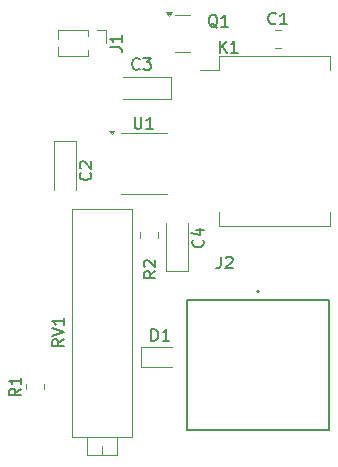
<source format=gbr>
%TF.GenerationSoftware,KiCad,Pcbnew,8.0.4-1.fc40*%
%TF.CreationDate,2024-08-27T20:57:41+02:00*%
%TF.ProjectId,ATU100 Alc interface,41545531-3030-4204-916c-6320696e7465,rev?*%
%TF.SameCoordinates,Original*%
%TF.FileFunction,Legend,Top*%
%TF.FilePolarity,Positive*%
%FSLAX46Y46*%
G04 Gerber Fmt 4.6, Leading zero omitted, Abs format (unit mm)*
G04 Created by KiCad (PCBNEW 8.0.4-1.fc40) date 2024-08-27 20:57:41*
%MOMM*%
%LPD*%
G01*
G04 APERTURE LIST*
%ADD10C,0.150000*%
%ADD11C,0.120000*%
%ADD12C,0.127000*%
%ADD13C,0.200000*%
G04 APERTURE END LIST*
D10*
X89284580Y-110471666D02*
X89332200Y-110519285D01*
X89332200Y-110519285D02*
X89379819Y-110662142D01*
X89379819Y-110662142D02*
X89379819Y-110757380D01*
X89379819Y-110757380D02*
X89332200Y-110900237D01*
X89332200Y-110900237D02*
X89236961Y-110995475D01*
X89236961Y-110995475D02*
X89141723Y-111043094D01*
X89141723Y-111043094D02*
X88951247Y-111090713D01*
X88951247Y-111090713D02*
X88808390Y-111090713D01*
X88808390Y-111090713D02*
X88617914Y-111043094D01*
X88617914Y-111043094D02*
X88522676Y-110995475D01*
X88522676Y-110995475D02*
X88427438Y-110900237D01*
X88427438Y-110900237D02*
X88379819Y-110757380D01*
X88379819Y-110757380D02*
X88379819Y-110662142D01*
X88379819Y-110662142D02*
X88427438Y-110519285D01*
X88427438Y-110519285D02*
X88475057Y-110471666D01*
X88475057Y-110090713D02*
X88427438Y-110043094D01*
X88427438Y-110043094D02*
X88379819Y-109947856D01*
X88379819Y-109947856D02*
X88379819Y-109709761D01*
X88379819Y-109709761D02*
X88427438Y-109614523D01*
X88427438Y-109614523D02*
X88475057Y-109566904D01*
X88475057Y-109566904D02*
X88570295Y-109519285D01*
X88570295Y-109519285D02*
X88665533Y-109519285D01*
X88665533Y-109519285D02*
X88808390Y-109566904D01*
X88808390Y-109566904D02*
X89379819Y-110138332D01*
X89379819Y-110138332D02*
X89379819Y-109519285D01*
X104995833Y-97829580D02*
X104948214Y-97877200D01*
X104948214Y-97877200D02*
X104805357Y-97924819D01*
X104805357Y-97924819D02*
X104710119Y-97924819D01*
X104710119Y-97924819D02*
X104567262Y-97877200D01*
X104567262Y-97877200D02*
X104472024Y-97781961D01*
X104472024Y-97781961D02*
X104424405Y-97686723D01*
X104424405Y-97686723D02*
X104376786Y-97496247D01*
X104376786Y-97496247D02*
X104376786Y-97353390D01*
X104376786Y-97353390D02*
X104424405Y-97162914D01*
X104424405Y-97162914D02*
X104472024Y-97067676D01*
X104472024Y-97067676D02*
X104567262Y-96972438D01*
X104567262Y-96972438D02*
X104710119Y-96924819D01*
X104710119Y-96924819D02*
X104805357Y-96924819D01*
X104805357Y-96924819D02*
X104948214Y-96972438D01*
X104948214Y-96972438D02*
X104995833Y-97020057D01*
X105948214Y-97924819D02*
X105376786Y-97924819D01*
X105662500Y-97924819D02*
X105662500Y-96924819D01*
X105662500Y-96924819D02*
X105567262Y-97067676D01*
X105567262Y-97067676D02*
X105472024Y-97162914D01*
X105472024Y-97162914D02*
X105376786Y-97210533D01*
X83404819Y-128766666D02*
X82928628Y-129099999D01*
X83404819Y-129338094D02*
X82404819Y-129338094D01*
X82404819Y-129338094D02*
X82404819Y-128957142D01*
X82404819Y-128957142D02*
X82452438Y-128861904D01*
X82452438Y-128861904D02*
X82500057Y-128814285D01*
X82500057Y-128814285D02*
X82595295Y-128766666D01*
X82595295Y-128766666D02*
X82738152Y-128766666D01*
X82738152Y-128766666D02*
X82833390Y-128814285D01*
X82833390Y-128814285D02*
X82881009Y-128861904D01*
X82881009Y-128861904D02*
X82928628Y-128957142D01*
X82928628Y-128957142D02*
X82928628Y-129338094D01*
X83404819Y-127814285D02*
X83404819Y-128385713D01*
X83404819Y-128099999D02*
X82404819Y-128099999D01*
X82404819Y-128099999D02*
X82547676Y-128195237D01*
X82547676Y-128195237D02*
X82642914Y-128290475D01*
X82642914Y-128290475D02*
X82690533Y-128385713D01*
X93458333Y-101664580D02*
X93410714Y-101712200D01*
X93410714Y-101712200D02*
X93267857Y-101759819D01*
X93267857Y-101759819D02*
X93172619Y-101759819D01*
X93172619Y-101759819D02*
X93029762Y-101712200D01*
X93029762Y-101712200D02*
X92934524Y-101616961D01*
X92934524Y-101616961D02*
X92886905Y-101521723D01*
X92886905Y-101521723D02*
X92839286Y-101331247D01*
X92839286Y-101331247D02*
X92839286Y-101188390D01*
X92839286Y-101188390D02*
X92886905Y-100997914D01*
X92886905Y-100997914D02*
X92934524Y-100902676D01*
X92934524Y-100902676D02*
X93029762Y-100807438D01*
X93029762Y-100807438D02*
X93172619Y-100759819D01*
X93172619Y-100759819D02*
X93267857Y-100759819D01*
X93267857Y-100759819D02*
X93410714Y-100807438D01*
X93410714Y-100807438D02*
X93458333Y-100855057D01*
X93791667Y-100759819D02*
X94410714Y-100759819D01*
X94410714Y-100759819D02*
X94077381Y-101140771D01*
X94077381Y-101140771D02*
X94220238Y-101140771D01*
X94220238Y-101140771D02*
X94315476Y-101188390D01*
X94315476Y-101188390D02*
X94363095Y-101236009D01*
X94363095Y-101236009D02*
X94410714Y-101331247D01*
X94410714Y-101331247D02*
X94410714Y-101569342D01*
X94410714Y-101569342D02*
X94363095Y-101664580D01*
X94363095Y-101664580D02*
X94315476Y-101712200D01*
X94315476Y-101712200D02*
X94220238Y-101759819D01*
X94220238Y-101759819D02*
X93934524Y-101759819D01*
X93934524Y-101759819D02*
X93839286Y-101712200D01*
X93839286Y-101712200D02*
X93791667Y-101664580D01*
X94461905Y-124704819D02*
X94461905Y-123704819D01*
X94461905Y-123704819D02*
X94700000Y-123704819D01*
X94700000Y-123704819D02*
X94842857Y-123752438D01*
X94842857Y-123752438D02*
X94938095Y-123847676D01*
X94938095Y-123847676D02*
X94985714Y-123942914D01*
X94985714Y-123942914D02*
X95033333Y-124133390D01*
X95033333Y-124133390D02*
X95033333Y-124276247D01*
X95033333Y-124276247D02*
X94985714Y-124466723D01*
X94985714Y-124466723D02*
X94938095Y-124561961D01*
X94938095Y-124561961D02*
X94842857Y-124657200D01*
X94842857Y-124657200D02*
X94700000Y-124704819D01*
X94700000Y-124704819D02*
X94461905Y-124704819D01*
X95985714Y-124704819D02*
X95414286Y-124704819D01*
X95700000Y-124704819D02*
X95700000Y-123704819D01*
X95700000Y-123704819D02*
X95604762Y-123847676D01*
X95604762Y-123847676D02*
X95509524Y-123942914D01*
X95509524Y-123942914D02*
X95414286Y-123990533D01*
X100341666Y-117569819D02*
X100341666Y-118284104D01*
X100341666Y-118284104D02*
X100294047Y-118426961D01*
X100294047Y-118426961D02*
X100198809Y-118522200D01*
X100198809Y-118522200D02*
X100055952Y-118569819D01*
X100055952Y-118569819D02*
X99960714Y-118569819D01*
X100770238Y-117665057D02*
X100817857Y-117617438D01*
X100817857Y-117617438D02*
X100913095Y-117569819D01*
X100913095Y-117569819D02*
X101151190Y-117569819D01*
X101151190Y-117569819D02*
X101246428Y-117617438D01*
X101246428Y-117617438D02*
X101294047Y-117665057D01*
X101294047Y-117665057D02*
X101341666Y-117760295D01*
X101341666Y-117760295D02*
X101341666Y-117855533D01*
X101341666Y-117855533D02*
X101294047Y-117998390D01*
X101294047Y-117998390D02*
X100722619Y-118569819D01*
X100722619Y-118569819D02*
X101341666Y-118569819D01*
X100261905Y-100304819D02*
X100261905Y-99304819D01*
X100833333Y-100304819D02*
X100404762Y-99733390D01*
X100833333Y-99304819D02*
X100261905Y-99876247D01*
X101785714Y-100304819D02*
X101214286Y-100304819D01*
X101500000Y-100304819D02*
X101500000Y-99304819D01*
X101500000Y-99304819D02*
X101404762Y-99447676D01*
X101404762Y-99447676D02*
X101309524Y-99542914D01*
X101309524Y-99542914D02*
X101214286Y-99590533D01*
X90969819Y-99833333D02*
X91684104Y-99833333D01*
X91684104Y-99833333D02*
X91826961Y-99880952D01*
X91826961Y-99880952D02*
X91922200Y-99976190D01*
X91922200Y-99976190D02*
X91969819Y-100119047D01*
X91969819Y-100119047D02*
X91969819Y-100214285D01*
X91969819Y-98833333D02*
X91969819Y-99404761D01*
X91969819Y-99119047D02*
X90969819Y-99119047D01*
X90969819Y-99119047D02*
X91112676Y-99214285D01*
X91112676Y-99214285D02*
X91207914Y-99309523D01*
X91207914Y-99309523D02*
X91255533Y-99404761D01*
X100054761Y-98200057D02*
X99959523Y-98152438D01*
X99959523Y-98152438D02*
X99864285Y-98057200D01*
X99864285Y-98057200D02*
X99721428Y-97914342D01*
X99721428Y-97914342D02*
X99626190Y-97866723D01*
X99626190Y-97866723D02*
X99530952Y-97866723D01*
X99578571Y-98104819D02*
X99483333Y-98057200D01*
X99483333Y-98057200D02*
X99388095Y-97961961D01*
X99388095Y-97961961D02*
X99340476Y-97771485D01*
X99340476Y-97771485D02*
X99340476Y-97438152D01*
X99340476Y-97438152D02*
X99388095Y-97247676D01*
X99388095Y-97247676D02*
X99483333Y-97152438D01*
X99483333Y-97152438D02*
X99578571Y-97104819D01*
X99578571Y-97104819D02*
X99769047Y-97104819D01*
X99769047Y-97104819D02*
X99864285Y-97152438D01*
X99864285Y-97152438D02*
X99959523Y-97247676D01*
X99959523Y-97247676D02*
X100007142Y-97438152D01*
X100007142Y-97438152D02*
X100007142Y-97771485D01*
X100007142Y-97771485D02*
X99959523Y-97961961D01*
X99959523Y-97961961D02*
X99864285Y-98057200D01*
X99864285Y-98057200D02*
X99769047Y-98104819D01*
X99769047Y-98104819D02*
X99578571Y-98104819D01*
X100959523Y-98104819D02*
X100388095Y-98104819D01*
X100673809Y-98104819D02*
X100673809Y-97104819D01*
X100673809Y-97104819D02*
X100578571Y-97247676D01*
X100578571Y-97247676D02*
X100483333Y-97342914D01*
X100483333Y-97342914D02*
X100388095Y-97390533D01*
X98809580Y-116166666D02*
X98857200Y-116214285D01*
X98857200Y-116214285D02*
X98904819Y-116357142D01*
X98904819Y-116357142D02*
X98904819Y-116452380D01*
X98904819Y-116452380D02*
X98857200Y-116595237D01*
X98857200Y-116595237D02*
X98761961Y-116690475D01*
X98761961Y-116690475D02*
X98666723Y-116738094D01*
X98666723Y-116738094D02*
X98476247Y-116785713D01*
X98476247Y-116785713D02*
X98333390Y-116785713D01*
X98333390Y-116785713D02*
X98142914Y-116738094D01*
X98142914Y-116738094D02*
X98047676Y-116690475D01*
X98047676Y-116690475D02*
X97952438Y-116595237D01*
X97952438Y-116595237D02*
X97904819Y-116452380D01*
X97904819Y-116452380D02*
X97904819Y-116357142D01*
X97904819Y-116357142D02*
X97952438Y-116214285D01*
X97952438Y-116214285D02*
X98000057Y-116166666D01*
X98238152Y-115309523D02*
X98904819Y-115309523D01*
X97857200Y-115547618D02*
X98571485Y-115785713D01*
X98571485Y-115785713D02*
X98571485Y-115166666D01*
X93038095Y-105754819D02*
X93038095Y-106564342D01*
X93038095Y-106564342D02*
X93085714Y-106659580D01*
X93085714Y-106659580D02*
X93133333Y-106707200D01*
X93133333Y-106707200D02*
X93228571Y-106754819D01*
X93228571Y-106754819D02*
X93419047Y-106754819D01*
X93419047Y-106754819D02*
X93514285Y-106707200D01*
X93514285Y-106707200D02*
X93561904Y-106659580D01*
X93561904Y-106659580D02*
X93609523Y-106564342D01*
X93609523Y-106564342D02*
X93609523Y-105754819D01*
X94609523Y-106754819D02*
X94038095Y-106754819D01*
X94323809Y-106754819D02*
X94323809Y-105754819D01*
X94323809Y-105754819D02*
X94228571Y-105897676D01*
X94228571Y-105897676D02*
X94133333Y-105992914D01*
X94133333Y-105992914D02*
X94038095Y-106040533D01*
X87069819Y-124580238D02*
X86593628Y-124913571D01*
X87069819Y-125151666D02*
X86069819Y-125151666D01*
X86069819Y-125151666D02*
X86069819Y-124770714D01*
X86069819Y-124770714D02*
X86117438Y-124675476D01*
X86117438Y-124675476D02*
X86165057Y-124627857D01*
X86165057Y-124627857D02*
X86260295Y-124580238D01*
X86260295Y-124580238D02*
X86403152Y-124580238D01*
X86403152Y-124580238D02*
X86498390Y-124627857D01*
X86498390Y-124627857D02*
X86546009Y-124675476D01*
X86546009Y-124675476D02*
X86593628Y-124770714D01*
X86593628Y-124770714D02*
X86593628Y-125151666D01*
X86069819Y-124294523D02*
X87069819Y-123961190D01*
X87069819Y-123961190D02*
X86069819Y-123627857D01*
X87069819Y-122770714D02*
X87069819Y-123342142D01*
X87069819Y-123056428D02*
X86069819Y-123056428D01*
X86069819Y-123056428D02*
X86212676Y-123151666D01*
X86212676Y-123151666D02*
X86307914Y-123246904D01*
X86307914Y-123246904D02*
X86355533Y-123342142D01*
X94804819Y-118816666D02*
X94328628Y-119149999D01*
X94804819Y-119388094D02*
X93804819Y-119388094D01*
X93804819Y-119388094D02*
X93804819Y-119007142D01*
X93804819Y-119007142D02*
X93852438Y-118911904D01*
X93852438Y-118911904D02*
X93900057Y-118864285D01*
X93900057Y-118864285D02*
X93995295Y-118816666D01*
X93995295Y-118816666D02*
X94138152Y-118816666D01*
X94138152Y-118816666D02*
X94233390Y-118864285D01*
X94233390Y-118864285D02*
X94281009Y-118911904D01*
X94281009Y-118911904D02*
X94328628Y-119007142D01*
X94328628Y-119007142D02*
X94328628Y-119388094D01*
X93900057Y-118435713D02*
X93852438Y-118388094D01*
X93852438Y-118388094D02*
X93804819Y-118292856D01*
X93804819Y-118292856D02*
X93804819Y-118054761D01*
X93804819Y-118054761D02*
X93852438Y-117959523D01*
X93852438Y-117959523D02*
X93900057Y-117911904D01*
X93900057Y-117911904D02*
X93995295Y-117864285D01*
X93995295Y-117864285D02*
X94090533Y-117864285D01*
X94090533Y-117864285D02*
X94233390Y-117911904D01*
X94233390Y-117911904D02*
X94804819Y-118483332D01*
X94804819Y-118483332D02*
X94804819Y-117864285D01*
D11*
%TO.C,C2*%
X86240000Y-107820000D02*
X86240000Y-111905000D01*
X88110000Y-107820000D02*
X86240000Y-107820000D01*
X88110000Y-111905000D02*
X88110000Y-107820000D01*
%TO.C,C1*%
X104901248Y-98415000D02*
X105423752Y-98415000D01*
X104901248Y-99885000D02*
X105423752Y-99885000D01*
%TO.C,R1*%
X83865000Y-128827064D02*
X83865000Y-128372936D01*
X85335000Y-128827064D02*
X85335000Y-128372936D01*
%TO.C,C3*%
X92075000Y-104240000D02*
X96160000Y-104240000D01*
X96160000Y-102370000D02*
X92075000Y-102370000D01*
X96160000Y-104240000D02*
X96160000Y-102370000D01*
%TO.C,D1*%
X93590000Y-125250000D02*
X93590000Y-126950000D01*
X93590000Y-125250000D02*
X96250000Y-125250000D01*
X93590000Y-126950000D02*
X96250000Y-126950000D01*
D12*
%TO.C,J2*%
X97500000Y-121250000D02*
X97500000Y-132250000D01*
X97500000Y-121250000D02*
X109500000Y-121250000D01*
X97500000Y-132250000D02*
X109500000Y-132250000D01*
X109500000Y-121250000D02*
X109500000Y-132250000D01*
D13*
X103600000Y-120550000D02*
G75*
G02*
X103400000Y-120550000I-100000J0D01*
G01*
X103400000Y-120550000D02*
G75*
G02*
X103600000Y-120550000I100000J0D01*
G01*
D11*
%TO.C,K1*%
X100150000Y-100600000D02*
X100150000Y-101800000D01*
X100150000Y-100600000D02*
X109550000Y-100600000D01*
X100150000Y-101800000D02*
X98550000Y-101800000D01*
X100150000Y-115000000D02*
X100150000Y-113800000D01*
X109550000Y-100600000D02*
X109550000Y-101800000D01*
X109550000Y-115000000D02*
X100150000Y-115000000D01*
X109550000Y-115000000D02*
X109550000Y-113800000D01*
%TO.C,J1*%
X86585000Y-98390000D02*
X86585000Y-99192470D01*
X86585000Y-99807530D02*
X86585000Y-100610000D01*
X89060000Y-98390000D02*
X86585000Y-98390000D01*
X89060000Y-98390000D02*
X89060000Y-98936529D01*
X89060000Y-100063471D02*
X89060000Y-100610000D01*
X89060000Y-100610000D02*
X86585000Y-100610000D01*
X89820000Y-98390000D02*
X90580000Y-98390000D01*
X90580000Y-98390000D02*
X90580000Y-99500000D01*
%TO.C,Q1*%
X97112500Y-97140000D02*
X96462500Y-97140000D01*
X97112500Y-97140000D02*
X97762500Y-97140000D01*
X97112500Y-100260000D02*
X96462500Y-100260000D01*
X97112500Y-100260000D02*
X97762500Y-100260000D01*
X95950000Y-97190000D02*
X95710000Y-96860000D01*
X96190000Y-96860000D01*
X95950000Y-97190000D01*
G36*
X95950000Y-97190000D02*
G01*
X95710000Y-96860000D01*
X96190000Y-96860000D01*
X95950000Y-97190000D01*
G37*
%TO.C,C4*%
X95665000Y-114750000D02*
X95665000Y-118835000D01*
X95665000Y-118835000D02*
X97535000Y-118835000D01*
X97535000Y-118835000D02*
X97535000Y-114750000D01*
%TO.C,U1*%
X93800000Y-107140000D02*
X91850000Y-107140000D01*
X93800000Y-107140000D02*
X95750000Y-107140000D01*
X93800000Y-112260000D02*
X91850000Y-112260000D01*
X93800000Y-112260000D02*
X95750000Y-112260000D01*
X91100000Y-107235000D02*
X90860000Y-106905000D01*
X91340000Y-106905000D01*
X91100000Y-107235000D01*
G36*
X91100000Y-107235000D02*
G01*
X90860000Y-106905000D01*
X91340000Y-106905000D01*
X91100000Y-107235000D01*
G37*
%TO.C,RV1*%
X87745000Y-113580000D02*
X92815000Y-113580000D01*
X87745000Y-132870000D02*
X87745000Y-113580000D01*
X87745000Y-132870000D02*
X92815000Y-132870000D01*
X88981000Y-132871000D02*
X91580000Y-132871000D01*
X88981000Y-134390000D02*
X88981000Y-132871000D01*
X88981000Y-134390000D02*
X91580000Y-134390000D01*
X90280000Y-134390000D02*
X90280000Y-133631000D01*
X91580000Y-134390000D02*
X91580000Y-132871000D01*
X92815000Y-132870000D02*
X92815000Y-113580000D01*
%TO.C,R2*%
X93515000Y-115522936D02*
X93515000Y-115977064D01*
X94985000Y-115522936D02*
X94985000Y-115977064D01*
%TD*%
M02*

</source>
